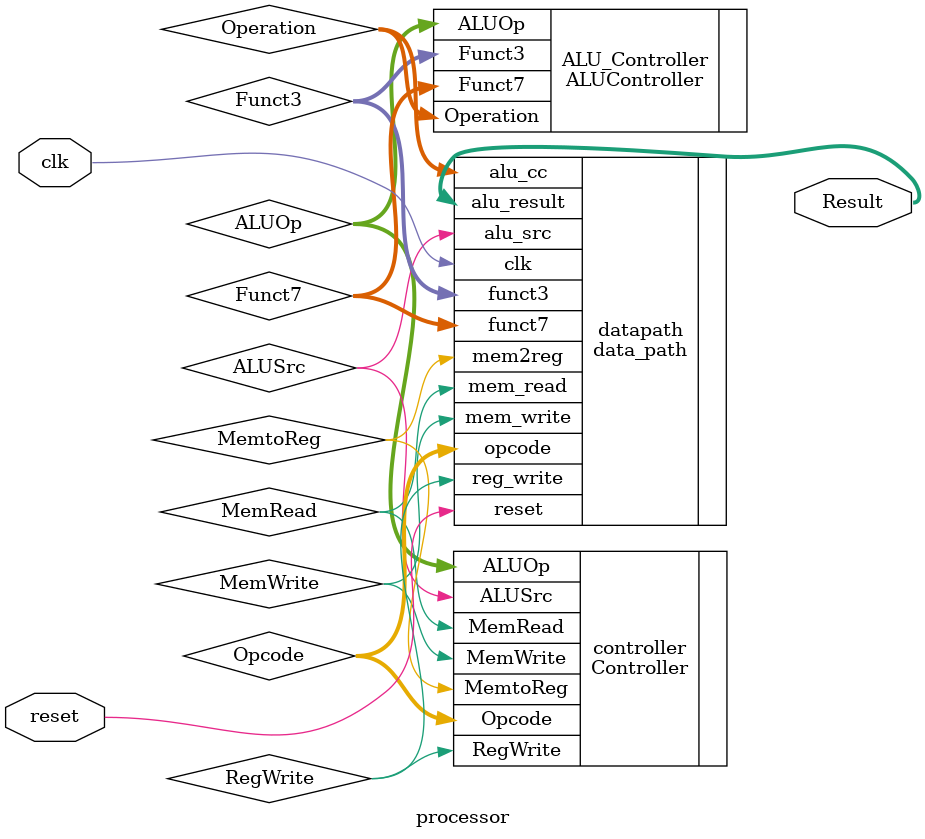
<source format=v>
`timescale 1ns / 1ps

module processor
(
    input clk, reset,
    output [31:0] Result
);

// Define the input and output signals
// Wires from Datapath
wire [6:0] Opcode;
wire [2:0] Funct3;
wire [6:0] Funct7;

// Wire from Controller
wire [1:0] ALUOp;
wire MemtoReg;
wire MemWrite;
wire MemRead;
wire ALUSrc;
wire RegWrite;

// Wire from ALU Controller
wire [3:0] Operation;

// Define the processor modules behavior
// Datapath module
data_path datapath (
    .opcode (Opcode),
    .funct3 (Funct3),
    .funct7 (Funct7),
    .mem2reg (MemtoReg),
    .mem_write (MemWrite),
    .mem_read (MemRead),
    .alu_src (ALUSrc),
    .reg_write (RegWrite),
    .alu_cc (Operation),
    .clk (clk),
    .reset (reset),
    .alu_result (Result)
);

// Controller module
Controller controller (
    .Opcode (Opcode),
    .MemtoReg (MemtoReg),
    .MemWrite (MemWrite),
    .MemRead (MemRead),
    .ALUSrc (ALUSrc),
    .RegWrite (RegWrite),
    .ALUOp (ALUOp)
);

// ALU Controller module
ALUController ALU_Controller (
    .ALUOp (ALUOp),
    .Funct3 (Funct3),
    .Funct7 (Funct7),
    .Operation (Operation)
);


endmodule   // processor

</source>
